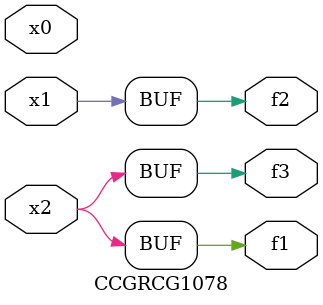
<source format=v>
module CCGRCG1078(
	input x0, x1, x2,
	output f1, f2, f3
);
	assign f1 = x2;
	assign f2 = x1;
	assign f3 = x2;
endmodule

</source>
